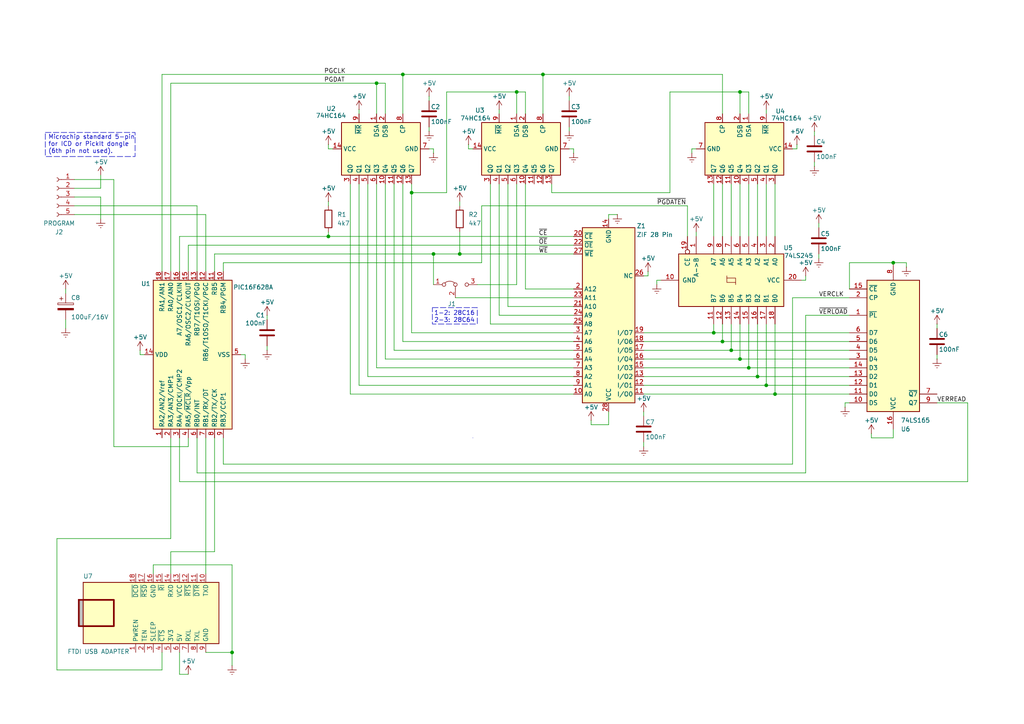
<source format=kicad_sch>
(kicad_sch (version 20250114) (generator "eeschema") (generator_version "9.0")
  (paper "A4")
  (title_block (title "KraftPROM: EEPROM 28C16/28C64 Programmer") (date "2025-09-16") (comment 4 "(C) 2025 Milton Maldonado Jr (ARMCoder)"))
  (lib_symbols
    (symbol "74xx:74HC164"
      (property "Reference" "U" (at 1.905 -13.97 0))
      (property "Value" "74HC164" (at 1.905 -16.51 0))
      (symbol "74HC164_0_1"
        (rectangle (start 7.62 10.16) (end -7.62 -12.7) (stroke (width 0.254)) (fill (type background)))
      )
      (symbol "74HC164_1_1"
        (pin input line (at -10.16 5.08 0) (length 2.54) (name "~{MR}") (number "9"))
        (pin input line (at -10.16 0 0) (length 2.54) (name "DSA") (number "1"))
        (pin input line (at -10.16 -2.54 0) (length 2.54) (name "DSB") (number "2"))
        (pin input line (at -10.16 -7.62 0) (length 2.54) (name "CP") (number "8"))
        (pin power_in line (at 0 12.7 270) (length 2.54) (name "VCC") (number "14"))
        (pin power_in line (at 0 -15.24 90) (length 2.54) (name "GND") (number "7"))
        (pin output line (at 10.16 7.62 180) (length 2.54) (name "Q0") (number "3"))
        (pin output line (at 10.16 5.08 180) (length 2.54) (name "Q1") (number "4"))
        (pin output line (at 10.16 2.54 180) (length 2.54) (name "Q2") (number "5"))
        (pin output line (at 10.16 0 180) (length 2.54) (name "Q3") (number "6"))
        (pin output line (at 10.16 -2.54 180) (length 2.54) (name "Q4") (number "10"))
        (pin output line (at 10.16 -5.08 180) (length 2.54) (name "Q5") (number "11"))
        (pin output line (at 10.16 -7.62 180) (length 2.54) (name "Q6") (number "12"))
        (pin output line (at 10.16 -10.16 180) (length 2.54) (name "Q7") (number "13"))
      )
    )
    (symbol "74xx:74LS165"
      (property "Reference" "U" (at -7.62 19.05 0))
      (property "Value" "74LS165" (at -7.62 -21.59 0))
      (symbol "74LS165_1_0"
        (pin input line (at -12.7 15.24 0) (length 5.08) (name "DS") (number "10"))
        (pin input line (at -12.7 12.7 0) (length 5.08) (name "D0") (number "11"))
        (pin input line (at -12.7 10.16 0) (length 5.08) (name "D1") (number "12"))
        (pin input line (at -12.7 7.62 0) (length 5.08) (name "D2") (number "13"))
        (pin input line (at -12.7 5.08 0) (length 5.08) (name "D3") (number "14"))
        (pin input line (at -12.7 2.54 0) (length 5.08) (name "D4") (number "3"))
        (pin input line (at -12.7 0 0) (length 5.08) (name "D5") (number "4"))
        (pin input line (at -12.7 -2.54 0) (length 5.08) (name "D6") (number "5"))
        (pin input line (at -12.7 -5.08 0) (length 5.08) (name "D7") (number "6"))
        (pin input line (at -12.7 -10.16 0) (length 5.08) (name "~{PL}") (number "1"))
        (pin input line (at -12.7 -15.24 0) (length 5.08) (name "CP") (number "2"))
        (pin input line (at -12.7 -17.78 0) (length 5.08) (name "~{CE}") (number "15"))
        (pin power_in line (at 0 22.86 270) (length 5.08) (name "VCC") (number "16"))
        (pin power_in line (at 0 -25.4 90) (length 5.08) (name "GND") (number "8"))
        (pin output line (at 12.7 15.24 180) (length 5.08) (name "Q7") (number "9"))
        (pin output line (at 12.7 12.7 180) (length 5.08) (name "~{Q7}") (number "7"))
      )
      (symbol "74LS165_1_1"
        (rectangle (start -7.62 17.78) (end 7.62 -20.32) (stroke (width 0.254)) (fill (type background)))
      )
    )
    (symbol "74xx:74LS245" (pin_names (offset 1.016))
      (property "Reference" "U" (at -7.62 16.51 0))
      (property "Value" "74LS245" (at -7.62 -16.51 0))
      (symbol "74LS245_1_0"
        (polyline (pts (xy -1.27 -1.27) (xy 0.635 -1.27) (xy 0.635 1.27) (xy 1.27 1.27)))
        (polyline (pts (xy -0.635 -1.27) (xy -0.635 1.27) (xy 0.635 1.27)))
        (pin tri_state line (at -12.7 12.7 0) (length 5.08) (name "A0") (number "2"))
        (pin tri_state line (at -12.7 10.16 0) (length 5.08) (name "A1") (number "3"))
        (pin tri_state line (at -12.7 7.62 0) (length 5.08) (name "A2") (number "4"))
        (pin tri_state line (at -12.7 5.08 0) (length 5.08) (name "A3") (number "5"))
        (pin tri_state line (at -12.7 2.54 0) (length 5.08) (name "A4") (number "6"))
        (pin tri_state line (at -12.7 0 0) (length 5.08) (name "A5") (number "7"))
        (pin tri_state line (at -12.7 -2.54 0) (length 5.08) (name "A6") (number "8"))
        (pin tri_state line (at -12.7 -5.08 0) (length 5.08) (name "A7") (number "9"))
        (pin input line (at -12.7 -10.16 0) (length 5.08) (name "A->B") (number "1"))
        (pin input inverted (at -12.7 -12.7 0) (length 5.08) (name "CE") (number "19"))
        (pin power_in line (at 0 20.32 270) (length 5.08) (name "VCC") (number "20"))
        (pin power_in line (at 0 -20.32 90) (length 5.08) (name "GND") (number "10"))
        (pin tri_state line (at 12.7 12.7 180) (length 5.08) (name "B0") (number "18"))
        (pin tri_state line (at 12.7 10.16 180) (length 5.08) (name "B1") (number "17"))
        (pin tri_state line (at 12.7 7.62 180) (length 5.08) (name "B2") (number "16"))
        (pin tri_state line (at 12.7 5.08 180) (length 5.08) (name "B3") (number "15"))
        (pin tri_state line (at 12.7 2.54 180) (length 5.08) (name "B4") (number "14"))
        (pin tri_state line (at 12.7 0 180) (length 5.08) (name "B5") (number "13"))
        (pin tri_state line (at 12.7 -2.54 180) (length 5.08) (name "B6") (number "12"))
        (pin tri_state line (at 12.7 -5.08 180) (length 5.08) (name "B7") (number "11"))
      )
      (symbol "74LS245_1_1"
        (rectangle (start -7.62 15.24) (end 7.62 -15.24) (stroke (width 0.254)) (fill (type background)))
      )
    )
    (symbol "Connector:Conn_01x05_Socket" (pin_names (offset 1.016) (hide yes))
      (property "Reference" "J" (at 0 7.62 0))
      (property "Value" "Conn_01x05_Socket" (at 0 -7.62 0))
      (symbol "Conn_01x05_Socket_1_1"
        (polyline (pts (xy -1.27 5.08) (xy -0.508 5.08)) (stroke (width 0.1524)))
        (polyline (pts (xy -1.27 2.54) (xy -0.508 2.54)) (stroke (width 0.1524)))
        (polyline (pts (xy -1.27 0) (xy -0.508 0)) (stroke (width 0.1524)))
        (polyline (pts (xy -1.27 -2.54) (xy -0.508 -2.54)) (stroke (width 0.1524)))
        (polyline (pts (xy -1.27 -5.08) (xy -0.508 -5.08)) (stroke (width 0.1524)))
        (arc (start 0 4.572) (mid -0.5058 5.08) (end 0 5.588) (stroke (width 0.1524)))
        (arc (start 0 2.032) (mid -0.5058 2.54) (end 0 3.048) (stroke (width 0.1524)))
        (arc (start 0 -0.508) (mid -0.5058 0) (end 0 0.508) (stroke (width 0.1524)))
        (arc (start 0 -3.048) (mid -0.5058 -2.54) (end 0 -2.032) (stroke (width 0.1524)))
        (arc (start 0 -5.588) (mid -0.5058 -5.08) (end 0 -4.572) (stroke (width 0.1524)))
        (pin passive line (at -5.08 5.08 0) (length 3.81) (name "Pin_1") (number "1"))
        (pin passive line (at -5.08 2.54 0) (length 3.81) (name "Pin_2") (number "2"))
        (pin passive line (at -5.08 0 0) (length 3.81) (name "Pin_3") (number "3"))
        (pin passive line (at -5.08 -2.54 0) (length 3.81) (name "Pin_4") (number "4"))
        (pin passive line (at -5.08 -5.08 0) (length 3.81) (name "Pin_5") (number "5"))
      )
    )
    (symbol "Device:C" (pin_numbers (hide yes)) (pin_names (offset 0.254))
      (property "Reference" "C" (at 0.635 2.54 0))
      (property "Value" "C" (at 0.635 -2.54 0))
      (symbol "C_0_1"
        (polyline (pts (xy -2.032 0.762) (xy 2.032 0.762)) (stroke (width 0.508)))
        (polyline (pts (xy -2.032 -0.762) (xy 2.032 -0.762)) (stroke (width 0.508)))
      )
      (symbol "C_1_1"
        (pin passive line (at 0 3.81 270) (length 2.794) (name "~") (number "1"))
        (pin passive line (at 0 -3.81 90) (length 2.794) (name "~") (number "2"))
      )
    )
    (symbol "Device:C_Polarized" (pin_numbers (hide yes)) (pin_names (offset 0.254))
      (property "Reference" "C" (at 0.635 2.54 0))
      (property "Value" "C_Polarized" (at 0.635 -2.54 0))
      (symbol "C_Polarized_0_1"
        (rectangle (start -2.286 0.508) (end 2.286 1.016))
        (polyline (pts (xy -1.778 2.286) (xy -0.762 2.286)))
        (polyline (pts (xy -1.27 2.794) (xy -1.27 1.778)))
        (rectangle (start 2.286 -0.508) (end -2.286 -1.016) (fill (type outline)))
      )
      (symbol "C_Polarized_1_1"
        (pin passive line (at 0 3.81 270) (length 2.794) (name "~") (number "1"))
        (pin passive line (at 0 -3.81 90) (length 2.794) (name "~") (number "2"))
      )
    )
    (symbol "Device:R" (pin_numbers (hide yes)) (pin_names (offset 0))
      (property "Reference" "R" (at 2.032 0 90))
      (property "Value" "R" (at 0 0 90))
      (symbol "R_0_1"
        (rectangle (start -1.016 -2.54) (end 1.016 2.54) (stroke (width 0.254)))
      )
      (symbol "R_1_1"
        (pin passive line (at 0 3.81 270) (length 1.27) (name "~") (number "1"))
        (pin passive line (at 0 -3.81 90) (length 1.27) (name "~") (number "2"))
      )
    )
    (symbol "GravadorEEPROM:PIC16F628A"
      (property "Reference" "U" (at -20.828 12.446 0))
      (property "Value" "PIC16F628A" (at -16.256 -12.7 0))
      (symbol "PIC16F628A_1_1"
        (rectangle (start -21.59 11.43) (end 21.59 -11.43) (stroke (width 0.254)) (fill (type background)))
        (pin bidirectional line (at -24.13 8.89 0) (length 2.54) (name "RA2/AN2/Vref") (number "1"))
        (pin bidirectional line (at -24.13 6.35 0) (length 2.54) (name "RA3/AN3/CMP1") (number "2"))
        (pin bidirectional line (at -24.13 3.81 0) (length 2.54) (name "RA4/T0CKI/CMP2") (number "3"))
        (pin input line (at -24.13 1.27 0) (length 2.54) (name "RA5/~{MCLR}/Vpp") (number "4"))
        (pin bidirectional line (at -24.13 -1.27 0) (length 2.54) (name "RB0/INT") (number "6"))
        (pin bidirectional line (at -24.13 -3.81 0) (length 2.54) (name "RB1/RX/DT") (number "7"))
        (pin bidirectional line (at -24.13 -6.35 0) (length 2.54) (name "RB2/TX/CK") (number "8"))
        (pin bidirectional line (at -24.13 -8.89 0) (length 2.54) (name "RB3/CCP1") (number "9"))
        (pin input line (at 0 13.97 270) (length 2.54) (name "VDD") (number "14"))
        (pin input line (at 0 -13.97 90) (length 2.54) (name "VSS") (number "5"))
        (pin bidirectional line (at 24.13 8.89 180) (length 2.54) (name "RA1/AN1") (number "18"))
        (pin bidirectional line (at 24.13 6.35 180) (length 2.54) (name "RA0/AN0") (number "17"))
        (pin bidirectional line (at 24.13 3.81 180) (length 2.54) (name "A7/OSC1/CLKIN") (number "16"))
        (pin bidirectional line (at 24.13 1.27 180) (length 2.54) (name "RA6/OSC2/CLKOUT") (number "15"))
        (pin bidirectional line (at 24.13 -1.27 180) (length 2.54) (name "RB7/T1OSI/PGD") (number "13"))
        (pin bidirectional line (at 24.13 -3.81 180) (length 2.54) (name "RB6/T1OSO/T1CKI/PGC") (number "12"))
        (pin bidirectional line (at 24.13 -6.35 180) (length 2.54) (name "RB5") (number "11"))
        (pin bidirectional line (at 24.13 -8.89 180) (length 2.54) (name "RB4/PGM") (number "10"))
      )
    )
    (symbol "Jumper:Jumper_3_Bridged12" (pin_names (offset 0) (hide yes)) (exclude_from_sim yes) (in_bom no)
      (property "Reference" "JP" (at -2.54 -2.54 0))
      (property "Value" "Jumper_3_Bridged12" (at 0 2.794 0))
      (symbol "Jumper_3_Bridged12_0_0"
        (circle (center -3.302 0) (radius 0.508))
        (circle (center 0 0) (radius 0.508))
        (circle (center 3.302 0) (radius 0.508))
      )
      (symbol "Jumper_3_Bridged12_0_1"
        (arc (start -3.048 0.508) (mid -1.651 0.9912) (end -0.254 0.508))
        (polyline (pts (xy 0 -1.27) (xy 0 -0.508)))
      )
      (symbol "Jumper_3_Bridged12_1_1"
        (pin passive line (at -6.35 0 0) (length 2.54) (name "A") (number "1"))
        (pin passive line (at 0 -3.81 90) (length 2.54) (name "C") (number "2"))
        (pin passive line (at 6.35 0 180) (length 2.54) (name "B") (number "3"))
      )
    )
    (symbol "kraft80:FTDI-ADAPTER"
      (property "Reference" "U" (at -19.558 10.414 0))
      (property "Value" "FTDI USB ADAPTER" (at 0 0 0))
      (symbol "FTDI-ADAPTER_1_1"
        (rectangle (start -21.59 3.81) (end -11.43 -3.81) (stroke (width 0.5)) (fill (type color) (color 194 194 194 1)))
        (rectangle (start -20.32 8.89) (end 19.05 -8.89) (stroke (width 0.25)) (fill (type color) (color 255 255 194 1)))
        (pin input line (at -5.08 11.43 270) (length 2.54) (name "~{DCD}") (number "18"))
        (pin input line (at -5.08 -11.43 90) (length 2.54) (name "PWREN") (number "1"))
        (pin input line (at -2.54 11.43 270) (length 2.54) (name "~{RSD}") (number "17"))
        (pin input line (at -2.54 -11.43 90) (length 2.54) (name "TEN") (number "2"))
        (pin power_out line (at 0 11.43 270) (length 2.54) (name "GND") (number "16"))
        (pin input line (at 0 -11.43 90) (length 2.54) (name "SLEEP") (number "3"))
        (pin input line (at 2.54 11.43 270) (length 2.54) (name "~{RI}") (number "15"))
        (pin input line (at 2.54 -11.43 90) (length 2.54) (name "~{CTS}") (number "4"))
        (pin input line (at 5.08 11.43 270) (length 2.54) (name "RXD") (number "14"))
        (pin power_out line (at 5.08 -11.43 90) (length 2.54) (name "3V3") (number "5"))
        (pin input line (at 7.62 11.43 270) (length 2.54) (name "VCC") (number "13"))
        (pin power_out line (at 7.62 -11.43 90) (length 2.54) (name "5V") (number "6"))
        (pin output line (at 10.16 11.43 270) (length 2.54) (name "~{RTS}") (number "12"))
        (pin input line (at 10.16 -11.43 90) (length 2.54) (name "RXL") (number "7"))
        (pin output line (at 12.7 11.43 270) (length 2.54) (name "~{DTR}") (number "11"))
        (pin input line (at 12.7 -11.43 90) (length 2.54) (name "TXL") (number "8"))
        (pin output line (at 15.24 11.43 270) (length 2.54) (name "TXD") (number "10"))
        (pin power_out line (at 15.24 -11.43 90) (length 2.54) (name "GND") (number "9"))
      )
    )
    (symbol "kraft80:X28C64"
      (property "Reference" "U" (at -6.604 26.416 0))
      (symbol "X28C64_1_1"
        (rectangle (start -7.62 25.4) (end 7.62 -25.4) (stroke (width 0.254)) (fill (type background)))
        (pin input line (at -10.16 22.86 0) (length 2.54) (name "A0") (number "10"))
        (pin input line (at -10.16 20.32 0) (length 2.54) (name "A1") (number "9"))
        (pin input line (at -10.16 17.78 0) (length 2.54) (name "A2") (number "8"))
        (pin input line (at -10.16 15.24 0) (length 2.54) (name "A3") (number "7"))
        (pin input line (at -10.16 12.7 0) (length 2.54) (name "A4") (number "6"))
        (pin input line (at -10.16 10.16 0) (length 2.54) (name "A5") (number "5"))
        (pin input line (at -10.16 7.62 0) (length 2.54) (name "A6") (number "4"))
        (pin input line (at -10.16 5.08 0) (length 2.54) (name "A7") (number "3"))
        (pin input line (at -10.16 2.54 0) (length 2.54) (name "A8") (number "25"))
        (pin input line (at -10.16 0 0) (length 2.54) (name "A9") (number "24"))
        (pin input line (at -10.16 -2.54 0) (length 2.54) (name "A10") (number "21"))
        (pin input line (at -10.16 -5.08 0) (length 2.54) (name "A11") (number "23"))
        (pin input line (at -10.16 -7.62 0) (length 2.54) (name "A12") (number "2"))
        (pin input line (at -10.16 -17.78 0) (length 2.54) (name "~{WE}") (number "27"))
        (pin input line (at -10.16 -20.32 0) (length 2.54) (name "~{OE}") (number "22"))
        (pin input line (at -10.16 -22.86 0) (length 2.54) (name "~{CE}") (number "20"))
        (pin no_connect line (at -7.62 -12.7 0) (length 2.54) (hide yes) (name "NC") (number "1"))
        (pin power_in line (at 0 27.94 270) (length 2.54) (name "VCC") (number "28"))
        (pin power_in line (at 0 -27.94 90) (length 2.54) (name "GND") (number "14"))
        (pin tri_state line (at 10.16 22.86 180) (length 2.54) (name "I/O0") (number "11"))
        (pin tri_state line (at 10.16 20.32 180) (length 2.54) (name "I/O1") (number "12"))
        (pin tri_state line (at 10.16 17.78 180) (length 2.54) (name "I/O2") (number "13"))
        (pin tri_state line (at 10.16 15.24 180) (length 2.54) (name "I/O3") (number "15"))
        (pin tri_state line (at 10.16 12.7 180) (length 2.54) (name "I/O4") (number "16"))
        (pin tri_state line (at 10.16 10.16 180) (length 2.54) (name "I/O5") (number "17"))
        (pin tri_state line (at 10.16 7.62 180) (length 2.54) (name "I/O6") (number "18"))
        (pin tri_state line (at 10.16 5.08 180) (length 2.54) (name "I/O7") (number "19"))
        (pin free line (at 10.16 -11.43 180) (length 2.54) (name "NC") (number "26"))
      )
    )
    (symbol "power:+5V" (power) (pin_numbers (hide yes)) (pin_names (offset 0) (hide yes))
      (property "Value" "+5V" (at 0 3.556 0))
      (symbol "+5V_0_1"
        (polyline (pts (xy -0.762 1.27) (xy 0 2.54)))
        (polyline (pts (xy 0 2.54) (xy 0.762 1.27)))
        (polyline (pts (xy 0 0) (xy 0 2.54)))
      )
      (symbol "+5V_1_1"
        (pin power_in line (at 0 0 90) (length 0) (name "~") (number "1"))
      )
    )
    (symbol "power:Earth" (power) (pin_numbers (hide yes)) (pin_names (offset 0) (hide yes))
      (property "Value" "Earth" (at 0 -3.81 0))
      (symbol "Earth_0_1"
        (polyline (pts (xy -0.635 -1.905) (xy 0.635 -1.905)))
        (polyline (pts (xy -0.127 -2.54) (xy 0.127 -2.54)))
        (polyline (pts (xy 0 -1.27) (xy 0 0)))
        (polyline (pts (xy 1.27 -1.27) (xy -1.27 -1.27)))
      )
      (symbol "Earth_1_1"
        (pin power_in line (at 0 0 270) (length 0) (name "~") (number "1"))
      )
    )
  )
  (rectangle (start 13.1445 38.4175) (end 39.1795 45.4025) (stroke (width 0) (type dash)))
  (rectangle (start 125.4125 89.2175) (end 138.43 93.98) (stroke (width 0) (type dash)))
  (rectangle (start 137.16 127) (end 137.16 127))
  (text "1-2: 28C16\n2-3: 28C64" (at 131.826 91.948 0) (effects (font (size 1.27 1.27))))
  (text "Microchip standard 5-pin\nfor ICD or PickIt dongle\n(6th pin not used)." (at 13.97 41.91 0) (effects (font (size 1.27 1.27)) (justify left)))
  (junction (at 209.55 99.06))
  (junction (at 222.25 111.76))
  (junction (at 212.09 101.6))
  (junction (at 214.63 104.14))
  (junction (at 219.71 109.22))
  (junction (at 214.63 26.67))
  (junction (at 149.86 26.67))
  (junction (at 259.08 76.2))
  (junction (at 217.17 106.68))
  (junction (at 95.25 68.58))
  (junction (at 133.35 73.66))
  (junction (at 125.73 73.66))
  (junction (at 119.38 55.88))
  (junction (at 207.01 96.52))
  (junction (at 116.84 21.59))
  (junction (at 109.22 24.13))
  (junction (at 67.31 189.23))
  (junction (at 224.79 114.3))
  (junction (at 157.48 21.59))
  (wire (pts (xy 152.4 26.67) (xy 152.4 33.02)))
  (wire (pts (xy 280.67 116.84) (xy 280.67 139.7)))
  (wire (pts (xy 194.31 55.88) (xy 160.02 55.88)))
  (wire (pts (xy 19.05 95.25) (xy 19.05 92.71)))
  (wire (pts (xy 157.48 21.59) (xy 209.55 21.59)))
  (wire (pts (xy 109.22 106.68) (xy 166.37 106.68)))
  (wire (pts (xy 262.89 76.2) (xy 262.89 77.47)))
  (wire (pts (xy 236.22 46.99) (xy 236.22 48.26)))
  (wire (pts (xy 95.25 43.18) (xy 96.52 43.18)))
  (wire (pts (xy 160.02 55.88) (xy 160.02 53.34)))
  (wire (pts (xy 171.45 123.19) (xy 176.53 123.19)))
  (wire (pts (xy 119.38 55.88) (xy 129.54 55.88)))
  (wire (pts (xy 59.69 189.23) (xy 67.31 189.23)))
  (wire (pts (xy 207.01 53.34) (xy 207.01 68.58)))
  (wire (pts (xy 142.24 53.34) (xy 142.24 93.98)))
  (wire (pts (xy 246.38 116.84) (xy 245.11 116.84)))
  (wire (pts (xy 222.25 31.75) (xy 222.25 33.02)))
  (wire (pts (xy 49.53 166.37) (xy 49.53 160.02)))
  (wire (pts (xy 149.86 26.67) (xy 152.4 26.67)))
  (wire (pts (xy 217.17 106.68) (xy 186.69 106.68)))
  (wire (pts (xy 157.48 21.59) (xy 157.48 33.02)))
  (wire (pts (xy 222.25 93.98) (xy 222.25 111.76)))
  (wire (pts (xy 119.38 53.34) (xy 119.38 55.88)))
  (wire (pts (xy 29.21 50.8) (xy 29.21 54.61)))
  (wire (pts (xy 46.99 189.23) (xy 46.99 194.31)))
  (wire (pts (xy 129.54 26.67) (xy 149.86 26.67)))
  (wire (pts (xy 147.32 53.34) (xy 147.32 88.9)))
  (wire (pts (xy 144.78 91.44) (xy 166.37 91.44)))
  (wire (pts (xy 46.99 21.59) (xy 116.84 21.59)))
  (wire (pts (xy 187.96 78.74) (xy 187.96 80.01)))
  (wire (pts (xy 233.68 137.16) (xy 57.15 137.16)))
  (wire (pts (xy 135.89 41.91) (xy 135.89 43.18)))
  (wire (pts (xy 62.23 127) (xy 62.23 160.02)))
  (wire (pts (xy 191.77 81.28) (xy 190.5 81.28)))
  (wire (pts (xy 124.46 43.18) (xy 125.73 43.18)))
  (wire (pts (xy 139.7 59.69) (xy 139.7 76.2)))
  (wire (pts (xy 166.37 111.76) (xy 104.14 111.76)))
  (wire (pts (xy 233.68 91.44) (xy 246.38 91.44)))
  (wire (pts (xy 233.68 91.44) (xy 233.68 137.16)))
  (wire (pts (xy 224.79 114.3) (xy 186.69 114.3)))
  (wire (pts (xy 133.35 73.66) (xy 125.73 73.66)))
  (wire (pts (xy 190.5 81.28) (xy 190.5 82.55)))
  (wire (pts (xy 139.7 59.69) (xy 199.39 59.69)))
  (wire (pts (xy 165.1 36.83) (xy 165.1 38.1)))
  (wire (pts (xy 59.69 62.23) (xy 21.59 62.23)))
  (wire (pts (xy 49.53 127) (xy 49.53 156.21)))
  (wire (pts (xy 214.63 104.14) (xy 246.38 104.14)))
  (wire (pts (xy 271.78 102.87) (xy 271.78 104.14)))
  (wire (pts (xy 186.69 119.38) (xy 186.69 120.65)))
  (wire (pts (xy 237.49 73.66) (xy 237.49 74.93)))
  (wire (pts (xy 64.77 76.2) (xy 139.7 76.2)))
  (wire (pts (xy 106.68 109.22) (xy 166.37 109.22)))
  (wire (pts (xy 165.1 43.18) (xy 166.37 43.18)))
  (wire (pts (xy 101.6 114.3) (xy 166.37 114.3)))
  (wire (pts (xy 49.53 160.02) (xy 62.23 160.02)))
  (wire (pts (xy 77.47 91.44) (xy 77.47 92.71)))
  (wire (pts (xy 200.66 43.18) (xy 201.93 43.18)))
  (wire (pts (xy 111.76 33.02) (xy 111.76 24.13)))
  (wire (pts (xy 219.71 53.34) (xy 219.71 68.58)))
  (wire (pts (xy 109.22 53.34) (xy 109.22 106.68)))
  (wire (pts (xy 209.55 99.06) (xy 186.69 99.06)))
  (wire (pts (xy 219.71 93.98) (xy 219.71 109.22)))
  (wire (pts (xy 44.45 163.83) (xy 44.45 166.37)))
  (wire (pts (xy 252.73 125.73) (xy 252.73 127)))
  (wire (pts (xy 33.02 52.07) (xy 33.02 129.54)))
  (wire (pts (xy 114.3 101.6) (xy 166.37 101.6)))
  (wire (pts (xy 116.84 21.59) (xy 157.48 21.59)))
  (wire (pts (xy 236.22 38.1) (xy 236.22 39.37)))
  (wire (pts (xy 106.68 53.34) (xy 106.68 109.22)))
  (wire (pts (xy 149.86 53.34) (xy 149.86 82.55)))
  (wire (pts (xy 207.01 96.52) (xy 246.38 96.52)))
  (wire (pts (xy 233.68 81.28) (xy 232.41 81.28)))
  (wire (pts (xy 95.25 41.91) (xy 95.25 43.18)))
  (wire (pts (xy 207.01 96.52) (xy 186.69 96.52)))
  (wire (pts (xy 259.08 76.2) (xy 262.89 76.2)))
  (wire (pts (xy 229.87 86.36) (xy 246.38 86.36)))
  (wire (pts (xy 29.21 57.15) (xy 29.21 63.5)))
  (wire (pts (xy 176.53 62.23) (xy 176.53 63.5)))
  (wire (pts (xy 124.46 27.94) (xy 124.46 29.21)))
  (wire (pts (xy 219.71 109.22) (xy 186.69 109.22)))
  (wire (pts (xy 144.78 53.34) (xy 144.78 91.44)))
  (wire (pts (xy 214.63 104.14) (xy 186.69 104.14)))
  (wire (pts (xy 124.46 36.83) (xy 124.46 38.1)))
  (wire (pts (xy 59.69 127) (xy 59.69 166.37)))
  (wire (pts (xy 222.25 53.34) (xy 222.25 68.58)))
  (wire (pts (xy 52.07 127) (xy 52.07 139.7)))
  (wire (pts (xy 109.22 24.13) (xy 111.76 24.13)))
  (wire (pts (xy 222.25 111.76) (xy 186.69 111.76)))
  (wire (pts (xy 111.76 104.14) (xy 111.76 53.34)))
  (wire (pts (xy 229.87 86.36) (xy 229.87 134.62)))
  (wire (pts (xy 217.17 26.67) (xy 217.17 33.02)))
  (wire (pts (xy 57.15 59.69) (xy 21.59 59.69)))
  (wire (pts (xy 57.15 78.74) (xy 57.15 59.69)))
  (wire (pts (xy 138.43 82.55) (xy 149.86 82.55)))
  (wire (pts (xy 166.37 104.14) (xy 111.76 104.14)))
  (wire (pts (xy 271.78 116.84) (xy 280.67 116.84)))
  (wire (pts (xy 46.99 78.74) (xy 46.99 21.59)))
  (wire (pts (xy 119.38 96.52) (xy 166.37 96.52)))
  (wire (pts (xy 245.11 116.84) (xy 245.11 118.11)))
  (wire (pts (xy 199.39 59.69) (xy 199.39 68.58)))
  (wire (pts (xy 77.47 100.33) (xy 77.47 101.6)))
  (wire (pts (xy 214.63 26.67) (xy 217.17 26.67)))
  (wire (pts (xy 133.35 58.42) (xy 133.35 59.69)))
  (wire (pts (xy 194.31 55.88) (xy 194.31 26.67)))
  (wire (pts (xy 135.89 43.18) (xy 137.16 43.18)))
  (wire (pts (xy 133.35 67.31) (xy 133.35 73.66)))
  (wire (pts (xy 49.53 24.13) (xy 109.22 24.13)))
  (wire (pts (xy 222.25 111.76) (xy 246.38 111.76)))
  (wire (pts (xy 186.69 80.01) (xy 187.96 80.01)))
  (wire (pts (xy 95.25 67.31) (xy 95.25 68.58)))
  (wire (pts (xy 109.22 24.13) (xy 109.22 33.02)))
  (wire (pts (xy 194.31 26.67) (xy 214.63 26.67)))
  (wire (pts (xy 114.3 53.34) (xy 114.3 101.6)))
  (wire (pts (xy 46.99 194.31) (xy 16.51 194.31)))
  (wire (pts (xy 125.73 73.66) (xy 125.73 82.55)))
  (wire (pts (xy 252.73 127) (xy 259.08 127)))
  (wire (pts (xy 40.64 101.6) (xy 40.64 102.87)))
  (wire (pts (xy 57.15 127) (xy 57.15 137.16)))
  (wire (pts (xy 176.53 119.38) (xy 176.53 123.19)))
  (wire (pts (xy 62.23 78.74) (xy 62.23 73.66)))
  (wire (pts (xy 129.54 55.88) (xy 129.54 26.67)))
  (wire (pts (xy 52.07 189.23) (xy 52.07 195.58)))
  (wire (pts (xy 19.05 83.82) (xy 19.05 85.09)))
  (wire (pts (xy 52.07 195.58) (xy 54.61 195.58)))
  (wire (pts (xy 101.6 53.34) (xy 101.6 114.3)))
  (wire (pts (xy 116.84 53.34) (xy 116.84 99.06)))
  (wire (pts (xy 149.86 26.67) (xy 149.86 33.02)))
  (wire (pts (xy 171.45 121.92) (xy 171.45 123.19)))
  (wire (pts (xy 280.67 139.7) (xy 52.07 139.7)))
  (wire (pts (xy 186.69 128.27) (xy 186.69 129.54)))
  (wire (pts (xy 212.09 101.6) (xy 246.38 101.6)))
  (wire (pts (xy 229.87 43.18) (xy 231.14 43.18)))
  (wire (pts (xy 16.51 194.31) (xy 16.51 156.21)))
  (wire (pts (xy 21.59 57.15) (xy 29.21 57.15)))
  (wire (pts (xy 132.08 86.36) (xy 166.37 86.36)))
  (wire (pts (xy 217.17 53.34) (xy 217.17 68.58)))
  (wire (pts (xy 95.25 58.42) (xy 95.25 59.69)))
  (wire (pts (xy 246.38 76.2) (xy 259.08 76.2)))
  (wire (pts (xy 231.14 41.91) (xy 231.14 43.18)))
  (wire (pts (xy 52.07 78.74) (xy 52.07 68.58)))
  (wire (pts (xy 116.84 99.06) (xy 166.37 99.06)))
  (wire (pts (xy 144.78 31.75) (xy 144.78 33.02)))
  (wire (pts (xy 54.61 71.12) (xy 54.61 78.74)))
  (wire (pts (xy 166.37 71.12) (xy 54.61 71.12)))
  (wire (pts (xy 165.1 27.94) (xy 165.1 29.21)))
  (wire (pts (xy 212.09 101.6) (xy 186.69 101.6)))
  (wire (pts (xy 40.64 102.87) (xy 41.91 102.87)))
  (wire (pts (xy 104.14 53.34) (xy 104.14 111.76)))
  (wire (pts (xy 95.25 68.58) (xy 166.37 68.58)))
  (wire (pts (xy 16.51 156.21) (xy 49.53 156.21)))
  (wire (pts (xy 119.38 55.88) (xy 119.38 96.52)))
  (wire (pts (xy 212.09 53.34) (xy 212.09 68.58)))
  (wire (pts (xy 147.32 88.9) (xy 166.37 88.9)))
  (wire (pts (xy 214.63 26.67) (xy 214.63 33.02)))
  (wire (pts (xy 62.23 73.66) (xy 125.73 73.66)))
  (wire (pts (xy 71.12 104.14) (xy 71.12 102.87)))
  (wire (pts (xy 219.71 109.22) (xy 246.38 109.22)))
  (wire (pts (xy 246.38 83.82) (xy 246.38 76.2)))
  (wire (pts (xy 217.17 106.68) (xy 246.38 106.68)))
  (wire (pts (xy 116.84 21.59) (xy 116.84 33.02)))
  (wire (pts (xy 125.73 43.18) (xy 125.73 44.45)))
  (wire (pts (xy 237.49 64.77) (xy 237.49 66.04)))
  (wire (pts (xy 214.63 93.98) (xy 214.63 104.14)))
  (wire (pts (xy 104.14 31.75) (xy 104.14 33.02)))
  (wire (pts (xy 67.31 163.83) (xy 44.45 163.83)))
  (wire (pts (xy 224.79 93.98) (xy 224.79 114.3)))
  (wire (pts (xy 259.08 127) (xy 259.08 124.46)))
  (wire (pts (xy 54.61 127) (xy 54.61 129.54)))
  (wire (pts (xy 152.4 83.82) (xy 166.37 83.82)))
  (wire (pts (xy 212.09 93.98) (xy 212.09 101.6)))
  (wire (pts (xy 209.55 33.02) (xy 209.55 21.59)))
  (wire (pts (xy 21.59 54.61) (xy 29.21 54.61)))
  (wire (pts (xy 233.68 80.01) (xy 233.68 81.28)))
  (wire (pts (xy 64.77 127) (xy 64.77 134.62)))
  (wire (pts (xy 224.79 114.3) (xy 246.38 114.3)))
  (wire (pts (xy 207.01 93.98) (xy 207.01 96.52)))
  (wire (pts (xy 64.77 78.74) (xy 64.77 76.2)))
  (wire (pts (xy 64.77 134.62) (xy 229.87 134.62)))
  (wire (pts (xy 209.55 93.98) (xy 209.55 99.06)))
  (wire (pts (xy 224.79 53.34) (xy 224.79 68.58)))
  (wire (pts (xy 201.93 67.31) (xy 201.93 68.58)))
  (wire (pts (xy 209.55 99.06) (xy 246.38 99.06)))
  (wire (pts (xy 33.02 129.54) (xy 54.61 129.54)))
  (wire (pts (xy 52.07 68.58) (xy 95.25 68.58)))
  (wire (pts (xy 67.31 193.04) (xy 67.31 189.23)))
  (wire (pts (xy 271.78 93.98) (xy 271.78 95.25)))
  (wire (pts (xy 166.37 43.18) (xy 166.37 44.45)))
  (wire (pts (xy 142.24 93.98) (xy 166.37 93.98)))
  (wire (pts (xy 200.66 43.18) (xy 200.66 44.45)))
  (wire (pts (xy 214.63 53.34) (xy 214.63 68.58)))
  (wire (pts (xy 49.53 78.74) (xy 49.53 24.13)))
  (wire (pts (xy 152.4 53.34) (xy 152.4 83.82)))
  (wire (pts (xy 21.59 52.07) (xy 33.02 52.07)))
  (wire (pts (xy 59.69 78.74) (xy 59.69 62.23)))
  (wire (pts (xy 179.07 62.23) (xy 176.53 62.23)))
  (wire (pts (xy 209.55 53.34) (xy 209.55 68.58)))
  (wire (pts (xy 67.31 189.23) (xy 67.31 163.83)))
  (wire (pts (xy 217.17 93.98) (xy 217.17 106.68)))
  (wire (pts (xy 166.37 73.66) (xy 133.35 73.66)))
  (wire (pts (xy 71.12 102.87) (xy 69.85 102.87)))
  (label "~{OE}" (at 156.21 71.12 0))
  (label "~{WE}" (at 156.21 73.66 0))
  (label "~{VERLOAD}" (at 237.49 91.44 0))
  (label "VERREAD" (at 271.78 116.84 0))
  (label "VERCLK" (at 237.49 86.36 0))
  (label "~{CE}" (at 156.21 68.58 0))
  (label "~{PGDATEN}" (at 190.5 59.69 0))
  (label "PGDAT" (at 93.98 24.13 0))
  (label "PGCLK" (at 93.98 21.59 0))
  (symbol (lib_id "kraft80:X28C64") (at 176.53 91.44 0) (mirror x) (unit 1)
    (property "Reference" "Z1" (at 184.658 65.532 0) (effects (justify left)))
    (property "Value" "ZIF 28 Pin" (at 184.658 68.072 0) (effects (justify left)))
  )
  (symbol (lib_id "74xx:74HC164") (at 217.17 43.18 270) (unit 1)
    (property "Reference" "U4" (at 226.314 32.258 90))
    (property "Value" "74HC164" (at 228.092 34.29 90))
    (property "Datasheet" "https://assets.nexperia.com/documents/data-sheet/74HC_HCT164.pdf" (effects (hide yes)))
    (property "Description" "8-bit serial-in parallel-out shift register" (effects (hide yes)))
  )
  (symbol (lib_id "power:Earth") (at 271.78 104.14 0) (unit 1)
    (property "Reference" "#PWR030" (effects (hide yes)))
    (property "Value" "Earth" (effects (hide yes)))
    (property "Description" "Power symbol creates a global label with name \"Earth\"" (effects (hide yes)))
  )
  (symbol (lib_id "power:+5V") (at 124.46 27.94 0) (unit 1)
    (property "Reference" "#PWR021" (effects (hide yes)))
    (property "Value" "+5V" (at 124.46 24.13 0))
    (property "Description" "Power symbol creates a global label with name \"+5V\"" (effects (hide yes)))
  )
  (symbol (lib_id "74xx:74HC164") (at 109.22 43.18 90) (mirror x) (unit 1)
    (property "Reference" "U2" (at 96.012 31.496 90))
    (property "Value" "74HC164" (at 96.012 33.528 90))
    (property "Datasheet" "https://assets.nexperia.com/documents/data-sheet/74HC_HCT164.pdf" (effects (hide yes)))
    (property "Description" "8-bit serial-in parallel-out shift register" (effects (hide yes)))
  )
  (symbol (lib_id "power:Earth") (at 262.89 77.47 0) (unit 1)
    (property "Reference" "#PWR015" (effects (hide yes)))
    (property "Value" "Earth" (effects (hide yes)))
    (property "Description" "Power symbol creates a global label with name \"Earth\"" (effects (hide yes)))
  )
  (symbol (lib_id "power:+5V") (at 252.73 125.73 0) (unit 1)
    (property "Reference" "#PWR014" (effects (hide yes)))
    (property "Value" "+5V" (at 252.73 121.92 0))
    (property "Description" "Power symbol creates a global label with name \"+5V\"" (effects (hide yes)))
  )
  (symbol (lib_id "power:Earth") (at 245.11 118.11 0) (unit 1)
    (property "Reference" "#PWR013" (effects (hide yes)))
    (property "Value" "Earth" (effects (hide yes)))
    (property "Description" "Power symbol creates a global label with name \"Earth\"" (effects (hide yes)))
  )
  (symbol (lib_id "power:Earth") (at 186.69 129.54 0) (unit 1)
    (property "Reference" "#PWR036" (effects (hide yes)))
    (property "Value" "Earth" (effects (hide yes)))
    (property "Description" "Power symbol creates a global label with name \"Earth\"" (effects (hide yes)))
  )
  (symbol (lib_id "74xx:74LS245") (at 212.09 81.28 270) (unit 1)
    (property "Reference" "U5" (at 228.6 71.882 90))
    (property "Value" "74LS245" (at 231.648 74.168 90))
    (property "Datasheet" "http://www.ti.com/lit/gpn/sn74LS245" (effects (hide yes)))
    (property "Description" "Octal BUS Transceivers, 3-State outputs" (effects (hide yes)))
  )
  (symbol (lib_id "power:Earth") (at 165.1 38.1 0) (unit 1)
    (property "Reference" "#PWR024" (effects (hide yes)))
    (property "Value" "Earth" (effects (hide yes)))
    (property "Description" "Power symbol creates a global label with name \"Earth\"" (effects (hide yes)))
  )
  (symbol (lib_id "74xx:74LS165") (at 259.08 101.6 0) (mirror x) (unit 1)
    (property "Reference" "U6" (at 261.2741 124.46 0) (effects (justify left)))
    (property "Value" "74LS165" (at 261.2741 121.92 0) (effects (justify left)))
    (property "Datasheet" "https://www.ti.com/lit/ds/symlink/sn74ls165a.pdf" (effects (hide yes)))
    (property "Description" "Shift Register 8-bit, parallel load" (effects (hide yes)))
  )
  (symbol (lib_id "power:Earth") (at 179.07 62.23 0) (unit 1)
    (property "Reference" "#PWR017" (effects (hide yes)))
    (property "Value" "Earth" (effects (hide yes)))
    (property "Description" "Power symbol creates a global label with name \"Earth\"" (effects (hide yes)))
  )
  (symbol (lib_id "power:Earth") (at 124.46 38.1 0) (unit 1)
    (property "Reference" "#PWR022" (effects (hide yes)))
    (property "Value" "Earth" (effects (hide yes)))
    (property "Description" "Power symbol creates a global label with name \"Earth\"" (effects (hide yes)))
  )
  (symbol (lib_id "power:Earth") (at 236.22 48.26 0) (unit 1)
    (property "Reference" "#PWR026" (effects (hide yes)))
    (property "Value" "Earth" (effects (hide yes)))
    (property "Description" "Power symbol creates a global label with name \"Earth\"" (effects (hide yes)))
  )
  (symbol (lib_id "power:Earth") (at 77.47 101.6 0) (unit 1)
    (property "Reference" "#PWR020" (effects (hide yes)))
    (property "Value" "Earth" (effects (hide yes)))
    (property "Description" "Power symbol creates a global label with name \"Earth\"" (effects (hide yes)))
  )
  (symbol (lib_id "power:Earth") (at 190.5 82.55 0) (unit 1)
    (property "Reference" "#PWR010" (effects (hide yes)))
    (property "Value" "Earth" (effects (hide yes)))
    (property "Description" "Power symbol creates a global label with name \"Earth\"" (effects (hide yes)))
  )
  (symbol (lib_id "kraft80:FTDI-ADAPTER") (at 44.45 177.8 0) (unit 1)
    (property "Reference" "U7" (at 24.13 167.132 0) (effects (justify left)))
    (property "Value" "FTDI USB ADAPTER" (at 19.558 188.976 0) (effects (justify left)))
  )
  (symbol (lib_id "power:+5V") (at 54.61 195.58 0) (unit 1)
    (property "Reference" "#PWR037" (effects (hide yes)))
    (property "Value" "+5V" (at 54.61 191.77 0))
    (property "Description" "Power symbol creates a global label with name \"+5V\"" (effects (hide yes)))
  )
  (symbol (lib_id "Device:R") (at 133.35 63.5 0) (unit 1)
    (property "Reference" "R2" (at 135.89 62.2299 0) (effects (justify left)))
    (property "Value" "4k7" (at 135.89 64.7699 0) (effects (justify left)))
    (property "Description" "Resistor" (effects (hide yes)))
  )
  (symbol (lib_id "GravadorEEPROM:PIC16F628A") (at 55.88 102.87 90) (unit 1)
    (property "Reference" "U1" (at 43.688 82.296 90) (effects (justify left)))
    (property "Value" "PIC16F628A" (at 79.248 83.312 90) (effects (justify left)))
  )
  (symbol (lib_id "power:Earth") (at 166.37 44.45 0) (unit 1)
    (property "Reference" "#PWR01" (effects (hide yes)))
    (property "Value" "Earth" (effects (hide yes)))
    (property "Description" "Power symbol creates a global label with name \"Earth\"" (effects (hide yes)))
  )
  (symbol (lib_id "Device:C") (at 124.46 33.02 0) (unit 1)
    (property "Reference" "C2" (at 124.968 30.988 0) (effects (justify left)))
    (property "Value" "100nF" (at 124.968 35.306 0) (effects (justify left)))
    (property "Description" "Unpolarized capacitor" (effects (hide yes)))
  )
  (symbol (lib_id "power:+5V") (at 95.25 58.42 0) (unit 1)
    (property "Reference" "#PWR018" (effects (hide yes)))
    (property "Value" "+5V" (at 95.25 54.61 0))
    (property "Description" "Power symbol creates a global label with name \"+5V\"" (effects (hide yes)))
  )
  (symbol (lib_id "power:+5V") (at 236.22 38.1 0) (unit 1)
    (property "Reference" "#PWR025" (effects (hide yes)))
    (property "Value" "+5V" (at 236.22 34.29 0))
    (property "Description" "Power symbol creates a global label with name \"+5V\"" (effects (hide yes)))
  )
  (symbol (lib_id "Device:C") (at 236.22 43.18 0) (unit 1)
    (property "Reference" "C4" (at 236.728 41.148 0) (effects (justify left)))
    (property "Value" "100nF" (at 236.728 45.466 0) (effects (justify left)))
    (property "Description" "Unpolarized capacitor" (effects (hide yes)))
  )
  (symbol (lib_id "power:Earth") (at 125.73 44.45 0) (unit 1)
    (property "Reference" "#PWR02" (effects (hide yes)))
    (property "Value" "Earth" (effects (hide yes)))
    (property "Description" "Power symbol creates a global label with name \"Earth\"" (effects (hide yes)))
  )
  (symbol (lib_id "power:+5V") (at 186.69 119.38 0) (unit 1)
    (property "Reference" "#PWR035" (effects (hide yes)))
    (property "Value" "+5V" (at 186.69 115.57 0))
    (property "Description" "Power symbol creates a global label with name \"+5V\"" (effects (hide yes)))
  )
  (symbol (lib_id "power:+5V") (at 222.25 31.75 0) (unit 1)
    (property "Reference" "#PWR09" (effects (hide yes)))
    (property "Value" "+5V" (at 222.25 27.94 0))
    (property "Description" "Power symbol creates a global label with name \"+5V\"" (effects (hide yes)))
  )
  (symbol (lib_id "power:+5V") (at 165.1 27.94 0) (unit 1)
    (property "Reference" "#PWR023" (effects (hide yes)))
    (property "Value" "+5V" (at 165.1 24.13 0))
    (property "Description" "Power symbol creates a global label with name \"+5V\"" (effects (hide yes)))
  )
  (symbol (lib_id "Device:C") (at 77.47 96.52 0) (unit 1)
    (property "Reference" "C1" (at 74.168 91.44 0) (effects (justify left)))
    (property "Value" "100nF" (at 71.12 93.726 0) (effects (justify left)))
    (property "Description" "Unpolarized capacitor" (effects (hide yes)))
  )
  (symbol (lib_id "Device:C") (at 186.69 124.46 0) (unit 1)
    (property "Reference" "C7" (at 187.198 122.428 0) (effects (justify left)))
    (property "Value" "100nF" (at 187.198 126.746 0) (effects (justify left)))
    (property "Description" "Unpolarized capacitor" (effects (hide yes)))
  )
  (symbol (lib_id "Device:C") (at 237.49 69.85 0) (unit 1)
    (property "Reference" "C5" (at 237.998 67.818 0) (effects (justify left)))
    (property "Value" "100nF" (at 237.998 72.136 0) (effects (justify left)))
    (property "Description" "Unpolarized capacitor" (effects (hide yes)))
  )
  (symbol (lib_id "power:+5V") (at 231.14 41.91 0) (unit 1)
    (property "Reference" "#PWR07" (effects (hide yes)))
    (property "Value" "+5V" (at 231.14 38.1 0))
    (property "Description" "Power symbol creates a global label with name \"+5V\"" (effects (hide yes)))
  )
  (symbol (lib_id "power:+5V") (at 29.21 50.8 0) (unit 1)
    (property "Reference" "#PWR031" (effects (hide yes)))
    (property "Value" "+5V" (at 29.21 46.99 0))
    (property "Description" "Power symbol creates a global label with name \"+5V\"" (effects (hide yes)))
  )
  (symbol (lib_id "Jumper:Jumper_3_Bridged12") (at 132.08 82.55 0) (unit 1) (exclude_from_sim yes) (in_bom no)
    (property "Reference" "J1" (at 131.064 88.138 0))
    (property "Value" "Jumper_3_Bridged12" (effects (hide yes)))
    (property "Description" "Jumper, 3-pole, pins 1+2 closed/bridged" (effects (hide yes)))
  )
  (symbol (lib_id "power:+5V") (at 19.05 83.82 0) (unit 1)
    (property "Reference" "#PWR038" (effects (hide yes)))
    (property "Value" "+5V" (at 19.05 80.01 0))
    (property "Description" "Power symbol creates a global label with name \"+5V\"" (effects (hide yes)))
  )
  (symbol (lib_id "power:Earth") (at 67.31 193.04 0) (mirror y) (unit 1)
    (property "Reference" "#PWR041" (effects (hide yes)))
    (property "Value" "Earth" (effects (hide yes)))
    (property "Description" "Power symbol creates a global label with name \"Earth\"" (effects (hide yes)))
  )
  (symbol (lib_id "power:+5V") (at 40.64 101.6 0) (unit 1)
    (property "Reference" "#PWR032" (effects (hide yes)))
    (property "Value" "+5V" (at 40.64 97.79 0))
    (property "Description" "Power symbol creates a global label with name \"+5V\"" (effects (hide yes)))
  )
  (symbol (lib_id "power:+5V") (at 95.25 41.91 0) (unit 1)
    (property "Reference" "#PWR05" (effects (hide yes)))
    (property "Value" "+5V" (at 95.25 38.1 0))
    (property "Description" "Power symbol creates a global label with name \"+5V\"" (effects (hide yes)))
  )
  (symbol (lib_id "power:+5V") (at 187.96 78.74 0) (unit 1)
    (property "Reference" "#PWR042" (effects (hide yes)))
    (property "Value" "+5V" (at 187.96 74.93 0))
    (property "Description" "Power symbol creates a global label with name \"+5V\"" (effects (hide yes)))
  )
  (symbol (lib_id "power:Earth") (at 237.49 74.93 0) (unit 1)
    (property "Reference" "#PWR028" (effects (hide yes)))
    (property "Value" "Earth" (effects (hide yes)))
    (property "Description" "Power symbol creates a global label with name \"Earth\"" (effects (hide yes)))
  )
  (symbol (lib_id "power:+5V") (at 104.14 31.75 0) (unit 1)
    (property "Reference" "#PWR04" (effects (hide yes)))
    (property "Value" "+5V" (at 104.14 27.94 0))
    (property "Description" "Power symbol creates a global label with name \"+5V\"" (effects (hide yes)))
  )
  (symbol (lib_id "power:+5V") (at 77.47 91.44 0) (unit 1)
    (property "Reference" "#PWR019" (effects (hide yes)))
    (property "Value" "+5V" (at 77.47 87.63 0))
    (property "Description" "Power symbol creates a global label with name \"+5V\"" (effects (hide yes)))
  )
  (symbol (lib_id "power:+5V") (at 144.78 31.75 0) (unit 1)
    (property "Reference" "#PWR08" (effects (hide yes)))
    (property "Value" "+5V" (at 144.78 27.94 0))
    (property "Description" "Power symbol creates a global label with name \"+5V\"" (effects (hide yes)))
  )
  (symbol (lib_id "power:+5V") (at 201.93 67.31 0) (unit 1)
    (property "Reference" "#PWR012" (effects (hide yes)))
    (property "Value" "+5V" (at 201.93 63.5 0))
    (property "Description" "Power symbol creates a global label with name \"+5V\"" (effects (hide yes)))
  )
  (symbol (lib_id "Device:C") (at 165.1 33.02 0) (unit 1)
    (property "Reference" "C3" (at 165.608 30.988 0) (effects (justify left)))
    (property "Value" "100nF" (at 165.608 35.306 0) (effects (justify left)))
    (property "Description" "Unpolarized capacitor" (effects (hide yes)))
  )
  (symbol (lib_id "power:+5V") (at 171.45 121.92 0) (unit 1)
    (property "Reference" "#PWR016" (effects (hide yes)))
    (property "Value" "+5V" (at 171.45 118.11 0))
    (property "Description" "Power symbol creates a global label with name \"+5V\"" (effects (hide yes)))
  )
  (symbol (lib_id "power:+5V") (at 271.78 93.98 0) (unit 1)
    (property "Reference" "#PWR029" (effects (hide yes)))
    (property "Value" "+5V" (at 271.78 90.17 0))
    (property "Description" "Power symbol creates a global label with name \"+5V\"" (effects (hide yes)))
  )
  (symbol (lib_id "power:Earth") (at 29.21 63.5 0) (unit 1)
    (property "Reference" "#PWR034" (effects (hide yes)))
    (property "Value" "Earth" (effects (hide yes)))
    (property "Description" "Power symbol creates a global label with name \"Earth\"" (effects (hide yes)))
  )
  (symbol (lib_id "power:Earth") (at 19.05 95.25 0) (unit 1)
    (property "Reference" "#PWR039" (effects (hide yes)))
    (property "Value" "Earth" (effects (hide yes)))
    (property "Description" "Power symbol creates a global label with name \"Earth\"" (effects (hide yes)))
  )
  (symbol (lib_id "power:Earth") (at 71.12 104.14 0) (unit 1)
    (property "Reference" "#PWR033" (effects (hide yes)))
    (property "Value" "Earth" (effects (hide yes)))
    (property "Description" "Power symbol creates a global label with name \"Earth\"" (effects (hide yes)))
  )
  (symbol (lib_id "Device:C") (at 271.78 99.06 0) (unit 1)
    (property "Reference" "C6" (at 272.288 97.028 0) (effects (justify left)))
    (property "Value" "100nF" (at 272.288 101.346 0) (effects (justify left)))
    (property "Description" "Unpolarized capacitor" (effects (hide yes)))
  )
  (symbol (lib_id "power:+5V") (at 135.89 41.91 0) (unit 1)
    (property "Reference" "#PWR06" (effects (hide yes)))
    (property "Value" "+5V" (at 135.89 38.1 0))
    (property "Description" "Power symbol creates a global label with name \"+5V\"" (effects (hide yes)))
  )
  (symbol (lib_id "power:Earth") (at 200.66 44.45 0) (unit 1)
    (property "Reference" "#PWR03" (effects (hide yes)))
    (property "Value" "Earth" (effects (hide yes)))
    (property "Description" "Power symbol creates a global label with name \"Earth\"" (effects (hide yes)))
  )
  (symbol (lib_id "power:+5V") (at 133.35 58.42 0) (unit 1)
    (property "Reference" "#PWR040" (effects (hide yes)))
    (property "Value" "+5V" (at 133.35 54.61 0))
    (property "Description" "Power symbol creates a global label with name \"+5V\"" (effects (hide yes)))
  )
  (symbol (lib_id "74xx:74HC164") (at 149.86 43.18 90) (mirror x) (unit 1)
    (property "Reference" "U3" (at 139.192 32.004 90))
    (property "Value" "74HC164" (at 137.922 34.29 90))
    (property "Datasheet" "https://assets.nexperia.com/documents/data-sheet/74HC_HCT164.pdf" (effects (hide yes)))
    (property "Description" "8-bit serial-in parallel-out shift register" (effects (hide yes)))
  )
  (symbol (lib_id "power:+5V") (at 233.68 80.01 0) (unit 1)
    (property "Reference" "#PWR011" (effects (hide yes)))
    (property "Value" "+5V" (at 233.68 76.2 0))
    (property "Description" "Power symbol creates a global label with name \"+5V\"" (effects (hide yes)))
  )
  (symbol (lib_id "Device:C_Polarized") (at 19.05 88.9 0) (unit 1)
    (property "Reference" "C8" (at 20.574 86.36 0) (effects (justify left)))
    (property "Value" "100uF/16V" (at 20.574 91.948 0) (effects (justify left)))
    (property "Description" "Polarized capacitor" (effects (hide yes)))
  )
  (symbol (lib_id "Device:R") (at 95.25 63.5 0) (unit 1)
    (property "Reference" "R1" (at 97.79 62.2299 0) (effects (justify left)))
    (property "Value" "4k7" (at 97.79 64.7699 0) (effects (justify left)))
    (property "Description" "Resistor" (effects (hide yes)))
  )
  (symbol (lib_id "Connector:Conn_01x05_Socket") (at 16.51 57.15 0) (mirror y) (unit 1)
    (property "Reference" "J2" (at 17.145 67.31 0))
    (property "Value" "PROGRAM" (at 17.145 64.77 0))
    (property "Description" "Generic connector, single row, 01x05, script generated" (effects (hide yes)))
  )
  (symbol (lib_id "power:+5V") (at 237.49 64.77 0) (unit 1)
    (property "Reference" "#PWR027" (effects (hide yes)))
    (property "Value" "+5V" (at 237.49 60.96 0))
    (property "Description" "Power symbol creates a global label with name \"+5V\"" (effects (hide yes)))
  )
)
</source>
